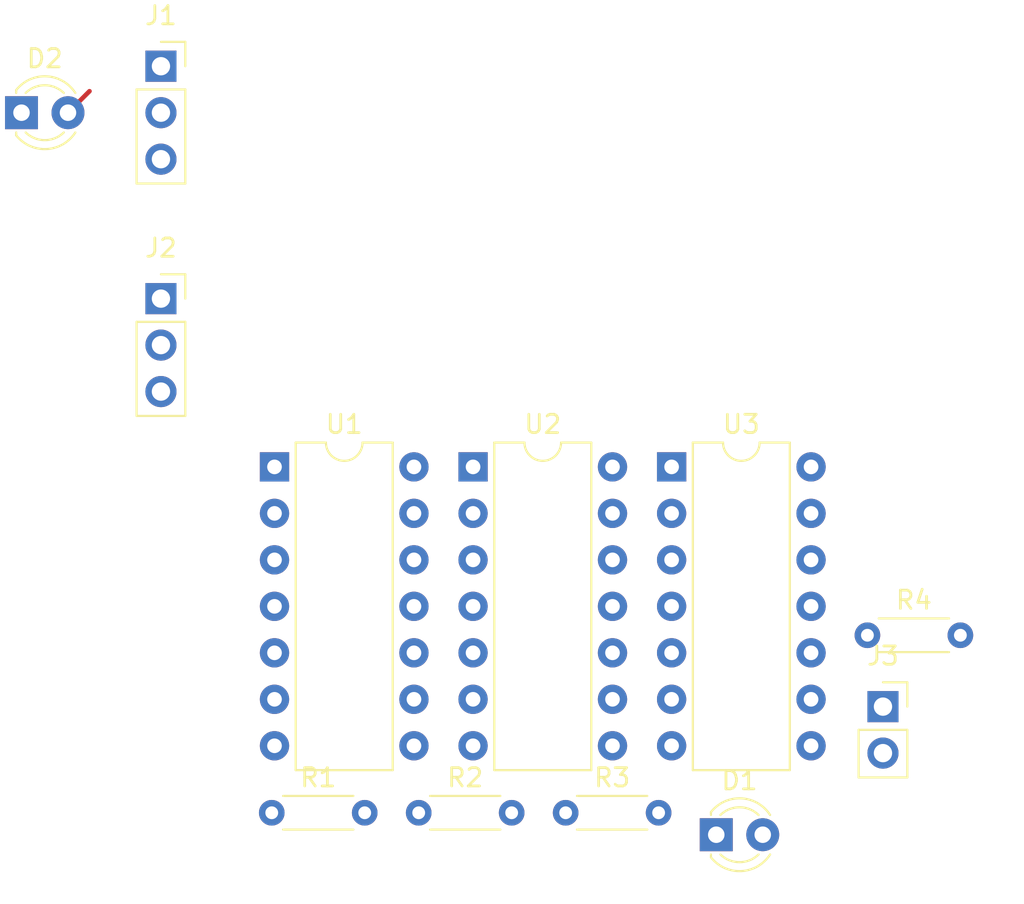
<source format=kicad_pcb>
(kicad_pcb (version 20171130) (host pcbnew 5.1.9+dfsg1-1+deb11u1)

  (general
    (thickness 1.6)
    (drawings 0)
    (tracks 1)
    (zones 0)
    (modules 12)
    (nets 16)
  )

  (page A4)
  (layers
    (0 F.Cu signal)
    (31 B.Cu signal)
    (32 B.Adhes user)
    (33 F.Adhes user)
    (34 B.Paste user)
    (35 F.Paste user)
    (36 B.SilkS user)
    (37 F.SilkS user)
    (38 B.Mask user)
    (39 F.Mask user)
    (40 Dwgs.User user)
    (41 Cmts.User user)
    (42 Eco1.User user)
    (43 Eco2.User user)
    (44 Edge.Cuts user)
    (45 Margin user)
    (46 B.CrtYd user)
    (47 F.CrtYd user)
    (48 B.Fab user)
    (49 F.Fab user)
  )

  (setup
    (last_trace_width 0.25)
    (trace_clearance 0.2)
    (zone_clearance 0.508)
    (zone_45_only no)
    (trace_min 0.2)
    (via_size 0.8)
    (via_drill 0.4)
    (via_min_size 0.4)
    (via_min_drill 0.3)
    (uvia_size 0.3)
    (uvia_drill 0.1)
    (uvias_allowed no)
    (uvia_min_size 0.2)
    (uvia_min_drill 0.1)
    (edge_width 0.05)
    (segment_width 0.2)
    (pcb_text_width 0.3)
    (pcb_text_size 1.5 1.5)
    (mod_edge_width 0.12)
    (mod_text_size 1 1)
    (mod_text_width 0.15)
    (pad_size 1.524 1.524)
    (pad_drill 0.762)
    (pad_to_mask_clearance 0)
    (aux_axis_origin 0 0)
    (visible_elements FFFFFF7F)
    (pcbplotparams
      (layerselection 0x010fc_ffffffff)
      (usegerberextensions false)
      (usegerberattributes true)
      (usegerberadvancedattributes true)
      (creategerberjobfile true)
      (excludeedgelayer true)
      (linewidth 0.100000)
      (plotframeref false)
      (viasonmask false)
      (mode 1)
      (useauxorigin false)
      (hpglpennumber 1)
      (hpglpenspeed 20)
      (hpglpendiameter 15.000000)
      (psnegative false)
      (psa4output false)
      (plotreference true)
      (plotvalue true)
      (plotinvisibletext false)
      (padsonsilk false)
      (subtractmaskfromsilk false)
      (outputformat 1)
      (mirror false)
      (drillshape 1)
      (scaleselection 1)
      (outputdirectory ""))
  )

  (net 0 "")
  (net 1 "Net-(D1-Pad1)")
  (net 2 "Net-(D1-Pad2)")
  (net 3 "Net-(D2-Pad2)")
  (net 4 "Net-(D2-Pad1)")
  (net 5 "Net-(J1-PadNC)")
  (net 6 "Net-(J1-PadNO)")
  (net 7 "Net-(R1-Pad1)")
  (net 8 "Net-(J1-PadN)")
  (net 9 "Net-(J2-PadN)")
  (net 10 "Net-(R2-Pad1)")
  (net 11 "Net-(U1-Pad2)")
  (net 12 VCC)
  (net 13 "Net-(U2-Pad3)")
  (net 14 GND)
  (net 15 "Net-(U2-Pad7)")

  (net_class Default "This is the default net class."
    (clearance 0.2)
    (trace_width 0.25)
    (via_dia 0.8)
    (via_drill 0.4)
    (uvia_dia 0.3)
    (uvia_drill 0.1)
    (add_net GND)
    (add_net "Net-(D1-Pad1)")
    (add_net "Net-(D1-Pad2)")
    (add_net "Net-(D2-Pad1)")
    (add_net "Net-(D2-Pad2)")
    (add_net "Net-(J1-PadN)")
    (add_net "Net-(J1-PadNC)")
    (add_net "Net-(J1-PadNO)")
    (add_net "Net-(J2-PadN)")
    (add_net "Net-(R1-Pad1)")
    (add_net "Net-(R2-Pad1)")
    (add_net "Net-(U1-Pad2)")
    (add_net "Net-(U2-Pad3)")
    (add_net "Net-(U2-Pad7)")
    (add_net VCC)
  )

  (module LED_THT:LED_D3.0mm (layer F.Cu) (tedit 587A3A7B) (tstamp 655815DD)
    (at 90.035001 64.855001)
    (descr "LED, diameter 3.0mm, 2 pins")
    (tags "LED diameter 3.0mm 2 pins")
    (path /65566956)
    (fp_text reference D1 (at 1.27 -2.96) (layer F.SilkS)
      (effects (font (size 1 1) (thickness 0.15)))
    )
    (fp_text value LED (at 1.27 2.96) (layer F.Fab)
      (effects (font (size 1 1) (thickness 0.15)))
    )
    (fp_line (start 3.7 -2.25) (end -1.15 -2.25) (layer F.CrtYd) (width 0.05))
    (fp_line (start 3.7 2.25) (end 3.7 -2.25) (layer F.CrtYd) (width 0.05))
    (fp_line (start -1.15 2.25) (end 3.7 2.25) (layer F.CrtYd) (width 0.05))
    (fp_line (start -1.15 -2.25) (end -1.15 2.25) (layer F.CrtYd) (width 0.05))
    (fp_line (start -0.29 1.08) (end -0.29 1.236) (layer F.SilkS) (width 0.12))
    (fp_line (start -0.29 -1.236) (end -0.29 -1.08) (layer F.SilkS) (width 0.12))
    (fp_line (start -0.23 -1.16619) (end -0.23 1.16619) (layer F.Fab) (width 0.1))
    (fp_circle (center 1.27 0) (end 2.77 0) (layer F.Fab) (width 0.1))
    (fp_arc (start 1.27 0) (end -0.23 -1.16619) (angle 284.3) (layer F.Fab) (width 0.1))
    (fp_arc (start 1.27 0) (end -0.29 -1.235516) (angle 108.8) (layer F.SilkS) (width 0.12))
    (fp_arc (start 1.27 0) (end -0.29 1.235516) (angle -108.8) (layer F.SilkS) (width 0.12))
    (fp_arc (start 1.27 0) (end 0.229039 -1.08) (angle 87.9) (layer F.SilkS) (width 0.12))
    (fp_arc (start 1.27 0) (end 0.229039 1.08) (angle -87.9) (layer F.SilkS) (width 0.12))
    (pad 1 thru_hole rect (at 0 0) (size 1.8 1.8) (drill 0.9) (layers *.Cu *.Mask)
      (net 1 "Net-(D1-Pad1)"))
    (pad 2 thru_hole circle (at 2.54 0) (size 1.8 1.8) (drill 0.9) (layers *.Cu *.Mask)
      (net 2 "Net-(D1-Pad2)"))
    (model ${KISYS3DMOD}/LED_THT.3dshapes/LED_D3.0mm.wrl
      (at (xyz 0 0 0))
      (scale (xyz 1 1 1))
      (rotate (xyz 0 0 0))
    )
  )

  (module LED_THT:LED_D3.0mm (layer F.Cu) (tedit 587A3A7B) (tstamp 655815F0)
    (at 52.07 25.4)
    (descr "LED, diameter 3.0mm, 2 pins")
    (tags "LED diameter 3.0mm 2 pins")
    (path /65567B8A)
    (fp_text reference D2 (at 1.27 -2.96) (layer F.SilkS)
      (effects (font (size 1 1) (thickness 0.15)))
    )
    (fp_text value LED (at 1.27 2.96) (layer F.Fab)
      (effects (font (size 1 1) (thickness 0.15)))
    )
    (fp_arc (start 1.27 0) (end 0.229039 1.08) (angle -87.9) (layer F.SilkS) (width 0.12))
    (fp_arc (start 1.27 0) (end 0.229039 -1.08) (angle 87.9) (layer F.SilkS) (width 0.12))
    (fp_arc (start 1.27 0) (end -0.29 1.235516) (angle -108.8) (layer F.SilkS) (width 0.12))
    (fp_arc (start 1.27 0) (end -0.29 -1.235516) (angle 108.8) (layer F.SilkS) (width 0.12))
    (fp_arc (start 1.27 0) (end -0.23 -1.16619) (angle 284.3) (layer F.Fab) (width 0.1))
    (fp_circle (center 1.27 0) (end 2.77 0) (layer F.Fab) (width 0.1))
    (fp_line (start -0.23 -1.16619) (end -0.23 1.16619) (layer F.Fab) (width 0.1))
    (fp_line (start -0.29 -1.236) (end -0.29 -1.08) (layer F.SilkS) (width 0.12))
    (fp_line (start -0.29 1.08) (end -0.29 1.236) (layer F.SilkS) (width 0.12))
    (fp_line (start -1.15 -2.25) (end -1.15 2.25) (layer F.CrtYd) (width 0.05))
    (fp_line (start -1.15 2.25) (end 3.7 2.25) (layer F.CrtYd) (width 0.05))
    (fp_line (start 3.7 2.25) (end 3.7 -2.25) (layer F.CrtYd) (width 0.05))
    (fp_line (start 3.7 -2.25) (end -1.15 -2.25) (layer F.CrtYd) (width 0.05))
    (pad 2 thru_hole circle (at 2.54 0) (size 1.8 1.8) (drill 0.9) (layers *.Cu *.Mask)
      (net 3 "Net-(D2-Pad2)"))
    (pad 1 thru_hole rect (at 0 0) (size 1.8 1.8) (drill 0.9) (layers *.Cu *.Mask)
      (net 4 "Net-(D2-Pad1)"))
    (model ${KISYS3DMOD}/LED_THT.3dshapes/LED_D3.0mm.wrl
      (at (xyz 0 0 0))
      (scale (xyz 1 1 1))
      (rotate (xyz 0 0 0))
    )
  )

  (module Connector_PinSocket_2.54mm:PinSocket_1x03_P2.54mm_Vertical (layer F.Cu) (tedit 5A19A429) (tstamp 65581607)
    (at 59.69 22.86)
    (descr "Through hole straight socket strip, 1x03, 2.54mm pitch, single row (from Kicad 4.0.7), script generated")
    (tags "Through hole socket strip THT 1x03 2.54mm single row")
    (path /6557293B)
    (fp_text reference J1 (at 0 -2.77) (layer F.SilkS)
      (effects (font (size 1 1) (thickness 0.15)))
    )
    (fp_text value XLR3_Switched (at 0 7.85) (layer F.Fab)
      (effects (font (size 1 1) (thickness 0.15)))
    )
    (fp_line (start -1.8 6.85) (end -1.8 -1.8) (layer F.CrtYd) (width 0.05))
    (fp_line (start 1.75 6.85) (end -1.8 6.85) (layer F.CrtYd) (width 0.05))
    (fp_line (start 1.75 -1.8) (end 1.75 6.85) (layer F.CrtYd) (width 0.05))
    (fp_line (start -1.8 -1.8) (end 1.75 -1.8) (layer F.CrtYd) (width 0.05))
    (fp_line (start 0 -1.33) (end 1.33 -1.33) (layer F.SilkS) (width 0.12))
    (fp_line (start 1.33 -1.33) (end 1.33 0) (layer F.SilkS) (width 0.12))
    (fp_line (start 1.33 1.27) (end 1.33 6.41) (layer F.SilkS) (width 0.12))
    (fp_line (start -1.33 6.41) (end 1.33 6.41) (layer F.SilkS) (width 0.12))
    (fp_line (start -1.33 1.27) (end -1.33 6.41) (layer F.SilkS) (width 0.12))
    (fp_line (start -1.33 1.27) (end 1.33 1.27) (layer F.SilkS) (width 0.12))
    (fp_line (start -1.27 6.35) (end -1.27 -1.27) (layer F.Fab) (width 0.1))
    (fp_line (start 1.27 6.35) (end -1.27 6.35) (layer F.Fab) (width 0.1))
    (fp_line (start 1.27 -0.635) (end 1.27 6.35) (layer F.Fab) (width 0.1))
    (fp_line (start 0.635 -1.27) (end 1.27 -0.635) (layer F.Fab) (width 0.1))
    (fp_line (start -1.27 -1.27) (end 0.635 -1.27) (layer F.Fab) (width 0.1))
    (fp_text user %R (at 0 2.54 90) (layer F.Fab)
      (effects (font (size 1 1) (thickness 0.15)))
    )
    (pad 1 thru_hole rect (at 0 0) (size 1.7 1.7) (drill 1) (layers *.Cu *.Mask))
    (pad 2 thru_hole oval (at 0 2.54) (size 1.7 1.7) (drill 1) (layers *.Cu *.Mask))
    (pad 3 thru_hole oval (at 0 5.08) (size 1.7 1.7) (drill 1) (layers *.Cu *.Mask))
    (model ${KISYS3DMOD}/Connector_PinSocket_2.54mm.3dshapes/PinSocket_1x03_P2.54mm_Vertical.wrl
      (at (xyz 0 0 0))
      (scale (xyz 1 1 1))
      (rotate (xyz 0 0 0))
    )
  )

  (module Connector_PinSocket_2.54mm:PinSocket_1x03_P2.54mm_Vertical (layer F.Cu) (tedit 5A19A429) (tstamp 6558161E)
    (at 59.69 35.56)
    (descr "Through hole straight socket strip, 1x03, 2.54mm pitch, single row (from Kicad 4.0.7), script generated")
    (tags "Through hole socket strip THT 1x03 2.54mm single row")
    (path /6557ADE7)
    (fp_text reference J2 (at 0 -2.77) (layer F.SilkS)
      (effects (font (size 1 1) (thickness 0.15)))
    )
    (fp_text value XLR3_Switched (at 0 7.85) (layer F.Fab)
      (effects (font (size 1 1) (thickness 0.15)))
    )
    (fp_text user %R (at 0 2.54 90) (layer F.Fab)
      (effects (font (size 1 1) (thickness 0.15)))
    )
    (fp_line (start -1.27 -1.27) (end 0.635 -1.27) (layer F.Fab) (width 0.1))
    (fp_line (start 0.635 -1.27) (end 1.27 -0.635) (layer F.Fab) (width 0.1))
    (fp_line (start 1.27 -0.635) (end 1.27 6.35) (layer F.Fab) (width 0.1))
    (fp_line (start 1.27 6.35) (end -1.27 6.35) (layer F.Fab) (width 0.1))
    (fp_line (start -1.27 6.35) (end -1.27 -1.27) (layer F.Fab) (width 0.1))
    (fp_line (start -1.33 1.27) (end 1.33 1.27) (layer F.SilkS) (width 0.12))
    (fp_line (start -1.33 1.27) (end -1.33 6.41) (layer F.SilkS) (width 0.12))
    (fp_line (start -1.33 6.41) (end 1.33 6.41) (layer F.SilkS) (width 0.12))
    (fp_line (start 1.33 1.27) (end 1.33 6.41) (layer F.SilkS) (width 0.12))
    (fp_line (start 1.33 -1.33) (end 1.33 0) (layer F.SilkS) (width 0.12))
    (fp_line (start 0 -1.33) (end 1.33 -1.33) (layer F.SilkS) (width 0.12))
    (fp_line (start -1.8 -1.8) (end 1.75 -1.8) (layer F.CrtYd) (width 0.05))
    (fp_line (start 1.75 -1.8) (end 1.75 6.85) (layer F.CrtYd) (width 0.05))
    (fp_line (start 1.75 6.85) (end -1.8 6.85) (layer F.CrtYd) (width 0.05))
    (fp_line (start -1.8 6.85) (end -1.8 -1.8) (layer F.CrtYd) (width 0.05))
    (pad 3 thru_hole oval (at 0 5.08) (size 1.7 1.7) (drill 1) (layers *.Cu *.Mask))
    (pad 2 thru_hole oval (at 0 2.54) (size 1.7 1.7) (drill 1) (layers *.Cu *.Mask))
    (pad 1 thru_hole rect (at 0 0) (size 1.7 1.7) (drill 1) (layers *.Cu *.Mask))
    (model ${KISYS3DMOD}/Connector_PinSocket_2.54mm.3dshapes/PinSocket_1x03_P2.54mm_Vertical.wrl
      (at (xyz 0 0 0))
      (scale (xyz 1 1 1))
      (rotate (xyz 0 0 0))
    )
  )

  (module Connector_PinSocket_2.54mm:PinSocket_1x02_P2.54mm_Vertical (layer F.Cu) (tedit 5A19A420) (tstamp 65581634)
    (at 99.145001 57.855001)
    (descr "Through hole straight socket strip, 1x02, 2.54mm pitch, single row (from Kicad 4.0.7), script generated")
    (tags "Through hole socket strip THT 1x02 2.54mm single row")
    (path /65587301)
    (fp_text reference J3 (at 0 -2.77) (layer F.SilkS)
      (effects (font (size 1 1) (thickness 0.15)))
    )
    (fp_text value Conn_01x02_Female (at 0 5.31) (layer F.Fab)
      (effects (font (size 1 1) (thickness 0.15)))
    )
    (fp_line (start -1.8 4.3) (end -1.8 -1.8) (layer F.CrtYd) (width 0.05))
    (fp_line (start 1.75 4.3) (end -1.8 4.3) (layer F.CrtYd) (width 0.05))
    (fp_line (start 1.75 -1.8) (end 1.75 4.3) (layer F.CrtYd) (width 0.05))
    (fp_line (start -1.8 -1.8) (end 1.75 -1.8) (layer F.CrtYd) (width 0.05))
    (fp_line (start 0 -1.33) (end 1.33 -1.33) (layer F.SilkS) (width 0.12))
    (fp_line (start 1.33 -1.33) (end 1.33 0) (layer F.SilkS) (width 0.12))
    (fp_line (start 1.33 1.27) (end 1.33 3.87) (layer F.SilkS) (width 0.12))
    (fp_line (start -1.33 3.87) (end 1.33 3.87) (layer F.SilkS) (width 0.12))
    (fp_line (start -1.33 1.27) (end -1.33 3.87) (layer F.SilkS) (width 0.12))
    (fp_line (start -1.33 1.27) (end 1.33 1.27) (layer F.SilkS) (width 0.12))
    (fp_line (start -1.27 3.81) (end -1.27 -1.27) (layer F.Fab) (width 0.1))
    (fp_line (start 1.27 3.81) (end -1.27 3.81) (layer F.Fab) (width 0.1))
    (fp_line (start 1.27 -0.635) (end 1.27 3.81) (layer F.Fab) (width 0.1))
    (fp_line (start 0.635 -1.27) (end 1.27 -0.635) (layer F.Fab) (width 0.1))
    (fp_line (start -1.27 -1.27) (end 0.635 -1.27) (layer F.Fab) (width 0.1))
    (fp_text user %R (at 0 1.27 90) (layer F.Fab)
      (effects (font (size 1 1) (thickness 0.15)))
    )
    (pad 1 thru_hole rect (at 0 0) (size 1.7 1.7) (drill 1) (layers *.Cu *.Mask)
      (net 5 "Net-(J1-PadNC)"))
    (pad 2 thru_hole oval (at 0 2.54) (size 1.7 1.7) (drill 1) (layers *.Cu *.Mask)
      (net 6 "Net-(J1-PadNO)"))
    (model ${KISYS3DMOD}/Connector_PinSocket_2.54mm.3dshapes/PinSocket_1x02_P2.54mm_Vertical.wrl
      (at (xyz 0 0 0))
      (scale (xyz 1 1 1))
      (rotate (xyz 0 0 0))
    )
  )

  (module Resistor_THT:R_Axial_DIN0204_L3.6mm_D1.6mm_P5.08mm_Horizontal (layer F.Cu) (tedit 5AE5139B) (tstamp 65581647)
    (at 65.745001 63.655001)
    (descr "Resistor, Axial_DIN0204 series, Axial, Horizontal, pin pitch=5.08mm, 0.167W, length*diameter=3.6*1.6mm^2, http://cdn-reichelt.de/documents/datenblatt/B400/1_4W%23YAG.pdf")
    (tags "Resistor Axial_DIN0204 series Axial Horizontal pin pitch 5.08mm 0.167W length 3.6mm diameter 1.6mm")
    (path /655AF919)
    (fp_text reference R1 (at 2.54 -1.92) (layer F.SilkS)
      (effects (font (size 1 1) (thickness 0.15)))
    )
    (fp_text value R_US (at 2.54 1.92) (layer F.Fab)
      (effects (font (size 1 1) (thickness 0.15)))
    )
    (fp_line (start 6.03 -1.05) (end -0.95 -1.05) (layer F.CrtYd) (width 0.05))
    (fp_line (start 6.03 1.05) (end 6.03 -1.05) (layer F.CrtYd) (width 0.05))
    (fp_line (start -0.95 1.05) (end 6.03 1.05) (layer F.CrtYd) (width 0.05))
    (fp_line (start -0.95 -1.05) (end -0.95 1.05) (layer F.CrtYd) (width 0.05))
    (fp_line (start 0.62 0.92) (end 4.46 0.92) (layer F.SilkS) (width 0.12))
    (fp_line (start 0.62 -0.92) (end 4.46 -0.92) (layer F.SilkS) (width 0.12))
    (fp_line (start 5.08 0) (end 4.34 0) (layer F.Fab) (width 0.1))
    (fp_line (start 0 0) (end 0.74 0) (layer F.Fab) (width 0.1))
    (fp_line (start 4.34 -0.8) (end 0.74 -0.8) (layer F.Fab) (width 0.1))
    (fp_line (start 4.34 0.8) (end 4.34 -0.8) (layer F.Fab) (width 0.1))
    (fp_line (start 0.74 0.8) (end 4.34 0.8) (layer F.Fab) (width 0.1))
    (fp_line (start 0.74 -0.8) (end 0.74 0.8) (layer F.Fab) (width 0.1))
    (fp_text user %R (at 2.54 0) (layer F.Fab)
      (effects (font (size 0.72 0.72) (thickness 0.108)))
    )
    (pad 1 thru_hole circle (at 0 0) (size 1.4 1.4) (drill 0.7) (layers *.Cu *.Mask)
      (net 7 "Net-(R1-Pad1)"))
    (pad 2 thru_hole oval (at 5.08 0) (size 1.4 1.4) (drill 0.7) (layers *.Cu *.Mask)
      (net 8 "Net-(J1-PadN)"))
    (model ${KISYS3DMOD}/Resistor_THT.3dshapes/R_Axial_DIN0204_L3.6mm_D1.6mm_P5.08mm_Horizontal.wrl
      (at (xyz 0 0 0))
      (scale (xyz 1 1 1))
      (rotate (xyz 0 0 0))
    )
  )

  (module Resistor_THT:R_Axial_DIN0204_L3.6mm_D1.6mm_P5.08mm_Horizontal (layer F.Cu) (tedit 5AE5139B) (tstamp 6558165A)
    (at 73.775001 63.655001)
    (descr "Resistor, Axial_DIN0204 series, Axial, Horizontal, pin pitch=5.08mm, 0.167W, length*diameter=3.6*1.6mm^2, http://cdn-reichelt.de/documents/datenblatt/B400/1_4W%23YAG.pdf")
    (tags "Resistor Axial_DIN0204 series Axial Horizontal pin pitch 5.08mm 0.167W length 3.6mm diameter 1.6mm")
    (path /655D93BB)
    (fp_text reference R2 (at 2.54 -1.92) (layer F.SilkS)
      (effects (font (size 1 1) (thickness 0.15)))
    )
    (fp_text value R_US (at 2.54 1.92) (layer F.Fab)
      (effects (font (size 1 1) (thickness 0.15)))
    )
    (fp_text user %R (at 2.54 0) (layer F.Fab)
      (effects (font (size 0.72 0.72) (thickness 0.108)))
    )
    (fp_line (start 0.74 -0.8) (end 0.74 0.8) (layer F.Fab) (width 0.1))
    (fp_line (start 0.74 0.8) (end 4.34 0.8) (layer F.Fab) (width 0.1))
    (fp_line (start 4.34 0.8) (end 4.34 -0.8) (layer F.Fab) (width 0.1))
    (fp_line (start 4.34 -0.8) (end 0.74 -0.8) (layer F.Fab) (width 0.1))
    (fp_line (start 0 0) (end 0.74 0) (layer F.Fab) (width 0.1))
    (fp_line (start 5.08 0) (end 4.34 0) (layer F.Fab) (width 0.1))
    (fp_line (start 0.62 -0.92) (end 4.46 -0.92) (layer F.SilkS) (width 0.12))
    (fp_line (start 0.62 0.92) (end 4.46 0.92) (layer F.SilkS) (width 0.12))
    (fp_line (start -0.95 -1.05) (end -0.95 1.05) (layer F.CrtYd) (width 0.05))
    (fp_line (start -0.95 1.05) (end 6.03 1.05) (layer F.CrtYd) (width 0.05))
    (fp_line (start 6.03 1.05) (end 6.03 -1.05) (layer F.CrtYd) (width 0.05))
    (fp_line (start 6.03 -1.05) (end -0.95 -1.05) (layer F.CrtYd) (width 0.05))
    (pad 2 thru_hole oval (at 5.08 0) (size 1.4 1.4) (drill 0.7) (layers *.Cu *.Mask)
      (net 9 "Net-(J2-PadN)"))
    (pad 1 thru_hole circle (at 0 0) (size 1.4 1.4) (drill 0.7) (layers *.Cu *.Mask)
      (net 10 "Net-(R2-Pad1)"))
    (model ${KISYS3DMOD}/Resistor_THT.3dshapes/R_Axial_DIN0204_L3.6mm_D1.6mm_P5.08mm_Horizontal.wrl
      (at (xyz 0 0 0))
      (scale (xyz 1 1 1))
      (rotate (xyz 0 0 0))
    )
  )

  (module Resistor_THT:R_Axial_DIN0204_L3.6mm_D1.6mm_P5.08mm_Horizontal (layer F.Cu) (tedit 5AE5139B) (tstamp 6558166D)
    (at 81.805001 63.655001)
    (descr "Resistor, Axial_DIN0204 series, Axial, Horizontal, pin pitch=5.08mm, 0.167W, length*diameter=3.6*1.6mm^2, http://cdn-reichelt.de/documents/datenblatt/B400/1_4W%23YAG.pdf")
    (tags "Resistor Axial_DIN0204 series Axial Horizontal pin pitch 5.08mm 0.167W length 3.6mm diameter 1.6mm")
    (path /6556EDC9)
    (fp_text reference R3 (at 2.54 -1.92) (layer F.SilkS)
      (effects (font (size 1 1) (thickness 0.15)))
    )
    (fp_text value R_US (at 2.54 1.92) (layer F.Fab)
      (effects (font (size 1 1) (thickness 0.15)))
    )
    (fp_line (start 6.03 -1.05) (end -0.95 -1.05) (layer F.CrtYd) (width 0.05))
    (fp_line (start 6.03 1.05) (end 6.03 -1.05) (layer F.CrtYd) (width 0.05))
    (fp_line (start -0.95 1.05) (end 6.03 1.05) (layer F.CrtYd) (width 0.05))
    (fp_line (start -0.95 -1.05) (end -0.95 1.05) (layer F.CrtYd) (width 0.05))
    (fp_line (start 0.62 0.92) (end 4.46 0.92) (layer F.SilkS) (width 0.12))
    (fp_line (start 0.62 -0.92) (end 4.46 -0.92) (layer F.SilkS) (width 0.12))
    (fp_line (start 5.08 0) (end 4.34 0) (layer F.Fab) (width 0.1))
    (fp_line (start 0 0) (end 0.74 0) (layer F.Fab) (width 0.1))
    (fp_line (start 4.34 -0.8) (end 0.74 -0.8) (layer F.Fab) (width 0.1))
    (fp_line (start 4.34 0.8) (end 4.34 -0.8) (layer F.Fab) (width 0.1))
    (fp_line (start 0.74 0.8) (end 4.34 0.8) (layer F.Fab) (width 0.1))
    (fp_line (start 0.74 -0.8) (end 0.74 0.8) (layer F.Fab) (width 0.1))
    (fp_text user %R (at 2.54 0) (layer F.Fab)
      (effects (font (size 0.72 0.72) (thickness 0.108)))
    )
    (pad 1 thru_hole circle (at 0 0) (size 1.4 1.4) (drill 0.7) (layers *.Cu *.Mask)
      (net 6 "Net-(J1-PadNO)"))
    (pad 2 thru_hole oval (at 5.08 0) (size 1.4 1.4) (drill 0.7) (layers *.Cu *.Mask)
      (net 1 "Net-(D1-Pad1)"))
    (model ${KISYS3DMOD}/Resistor_THT.3dshapes/R_Axial_DIN0204_L3.6mm_D1.6mm_P5.08mm_Horizontal.wrl
      (at (xyz 0 0 0))
      (scale (xyz 1 1 1))
      (rotate (xyz 0 0 0))
    )
  )

  (module Resistor_THT:R_Axial_DIN0204_L3.6mm_D1.6mm_P5.08mm_Horizontal (layer F.Cu) (tedit 5AE5139B) (tstamp 65581680)
    (at 98.295001 53.955001)
    (descr "Resistor, Axial_DIN0204 series, Axial, Horizontal, pin pitch=5.08mm, 0.167W, length*diameter=3.6*1.6mm^2, http://cdn-reichelt.de/documents/datenblatt/B400/1_4W%23YAG.pdf")
    (tags "Resistor Axial_DIN0204 series Axial Horizontal pin pitch 5.08mm 0.167W length 3.6mm diameter 1.6mm")
    (path /65570F10)
    (fp_text reference R4 (at 2.54 -1.92) (layer F.SilkS)
      (effects (font (size 1 1) (thickness 0.15)))
    )
    (fp_text value R_US (at 2.54 1.92) (layer F.Fab)
      (effects (font (size 1 1) (thickness 0.15)))
    )
    (fp_text user %R (at 2.54 0) (layer F.Fab)
      (effects (font (size 0.72 0.72) (thickness 0.108)))
    )
    (fp_line (start 0.74 -0.8) (end 0.74 0.8) (layer F.Fab) (width 0.1))
    (fp_line (start 0.74 0.8) (end 4.34 0.8) (layer F.Fab) (width 0.1))
    (fp_line (start 4.34 0.8) (end 4.34 -0.8) (layer F.Fab) (width 0.1))
    (fp_line (start 4.34 -0.8) (end 0.74 -0.8) (layer F.Fab) (width 0.1))
    (fp_line (start 0 0) (end 0.74 0) (layer F.Fab) (width 0.1))
    (fp_line (start 5.08 0) (end 4.34 0) (layer F.Fab) (width 0.1))
    (fp_line (start 0.62 -0.92) (end 4.46 -0.92) (layer F.SilkS) (width 0.12))
    (fp_line (start 0.62 0.92) (end 4.46 0.92) (layer F.SilkS) (width 0.12))
    (fp_line (start -0.95 -1.05) (end -0.95 1.05) (layer F.CrtYd) (width 0.05))
    (fp_line (start -0.95 1.05) (end 6.03 1.05) (layer F.CrtYd) (width 0.05))
    (fp_line (start 6.03 1.05) (end 6.03 -1.05) (layer F.CrtYd) (width 0.05))
    (fp_line (start 6.03 -1.05) (end -0.95 -1.05) (layer F.CrtYd) (width 0.05))
    (pad 2 thru_hole oval (at 5.08 0) (size 1.4 1.4) (drill 0.7) (layers *.Cu *.Mask)
      (net 4 "Net-(D2-Pad1)"))
    (pad 1 thru_hole circle (at 0 0) (size 1.4 1.4) (drill 0.7) (layers *.Cu *.Mask)
      (net 6 "Net-(J1-PadNO)"))
    (model ${KISYS3DMOD}/Resistor_THT.3dshapes/R_Axial_DIN0204_L3.6mm_D1.6mm_P5.08mm_Horizontal.wrl
      (at (xyz 0 0 0))
      (scale (xyz 1 1 1))
      (rotate (xyz 0 0 0))
    )
  )

  (module Package_DIP:DIP-14_W7.62mm (layer F.Cu) (tedit 5A02E8C5) (tstamp 655816A2)
    (at 65.895001 44.755001)
    (descr "14-lead though-hole mounted DIP package, row spacing 7.62 mm (300 mils)")
    (tags "THT DIP DIL PDIP 2.54mm 7.62mm 300mil")
    (path /654F32A5)
    (fp_text reference U1 (at 3.81 -2.33) (layer F.SilkS)
      (effects (font (size 1 1) (thickness 0.15)))
    )
    (fp_text value 74LS04 (at 3.81 17.57) (layer F.Fab)
      (effects (font (size 1 1) (thickness 0.15)))
    )
    (fp_text user %R (at 3.81 7.62) (layer F.Fab)
      (effects (font (size 1 1) (thickness 0.15)))
    )
    (fp_arc (start 3.81 -1.33) (end 2.81 -1.33) (angle -180) (layer F.SilkS) (width 0.12))
    (fp_line (start 1.635 -1.27) (end 6.985 -1.27) (layer F.Fab) (width 0.1))
    (fp_line (start 6.985 -1.27) (end 6.985 16.51) (layer F.Fab) (width 0.1))
    (fp_line (start 6.985 16.51) (end 0.635 16.51) (layer F.Fab) (width 0.1))
    (fp_line (start 0.635 16.51) (end 0.635 -0.27) (layer F.Fab) (width 0.1))
    (fp_line (start 0.635 -0.27) (end 1.635 -1.27) (layer F.Fab) (width 0.1))
    (fp_line (start 2.81 -1.33) (end 1.16 -1.33) (layer F.SilkS) (width 0.12))
    (fp_line (start 1.16 -1.33) (end 1.16 16.57) (layer F.SilkS) (width 0.12))
    (fp_line (start 1.16 16.57) (end 6.46 16.57) (layer F.SilkS) (width 0.12))
    (fp_line (start 6.46 16.57) (end 6.46 -1.33) (layer F.SilkS) (width 0.12))
    (fp_line (start 6.46 -1.33) (end 4.81 -1.33) (layer F.SilkS) (width 0.12))
    (fp_line (start -1.1 -1.55) (end -1.1 16.8) (layer F.CrtYd) (width 0.05))
    (fp_line (start -1.1 16.8) (end 8.7 16.8) (layer F.CrtYd) (width 0.05))
    (fp_line (start 8.7 16.8) (end 8.7 -1.55) (layer F.CrtYd) (width 0.05))
    (fp_line (start 8.7 -1.55) (end -1.1 -1.55) (layer F.CrtYd) (width 0.05))
    (pad 14 thru_hole oval (at 7.62 0) (size 1.6 1.6) (drill 0.8) (layers *.Cu *.Mask))
    (pad 7 thru_hole oval (at 0 15.24) (size 1.6 1.6) (drill 0.8) (layers *.Cu *.Mask))
    (pad 13 thru_hole oval (at 7.62 2.54) (size 1.6 1.6) (drill 0.8) (layers *.Cu *.Mask))
    (pad 6 thru_hole oval (at 0 12.7) (size 1.6 1.6) (drill 0.8) (layers *.Cu *.Mask))
    (pad 12 thru_hole oval (at 7.62 5.08) (size 1.6 1.6) (drill 0.8) (layers *.Cu *.Mask))
    (pad 5 thru_hole oval (at 0 10.16) (size 1.6 1.6) (drill 0.8) (layers *.Cu *.Mask))
    (pad 11 thru_hole oval (at 7.62 7.62) (size 1.6 1.6) (drill 0.8) (layers *.Cu *.Mask))
    (pad 4 thru_hole oval (at 0 7.62) (size 1.6 1.6) (drill 0.8) (layers *.Cu *.Mask))
    (pad 10 thru_hole oval (at 7.62 10.16) (size 1.6 1.6) (drill 0.8) (layers *.Cu *.Mask))
    (pad 3 thru_hole oval (at 0 5.08) (size 1.6 1.6) (drill 0.8) (layers *.Cu *.Mask))
    (pad 9 thru_hole oval (at 7.62 12.7) (size 1.6 1.6) (drill 0.8) (layers *.Cu *.Mask))
    (pad 2 thru_hole oval (at 0 2.54) (size 1.6 1.6) (drill 0.8) (layers *.Cu *.Mask)
      (net 11 "Net-(U1-Pad2)"))
    (pad 8 thru_hole oval (at 7.62 15.24) (size 1.6 1.6) (drill 0.8) (layers *.Cu *.Mask))
    (pad 1 thru_hole rect (at 0 0) (size 1.6 1.6) (drill 0.8) (layers *.Cu *.Mask)
      (net 7 "Net-(R1-Pad1)"))
    (model ${KISYS3DMOD}/Package_DIP.3dshapes/DIP-14_W7.62mm.wrl
      (at (xyz 0 0 0))
      (scale (xyz 1 1 1))
      (rotate (xyz 0 0 0))
    )
  )

  (module Package_DIP:DIP-14_W7.62mm (layer F.Cu) (tedit 5A02E8C5) (tstamp 655816C4)
    (at 76.745001 44.755001)
    (descr "14-lead though-hole mounted DIP package, row spacing 7.62 mm (300 mils)")
    (tags "THT DIP DIL PDIP 2.54mm 7.62mm 300mil")
    (path /654F6512)
    (fp_text reference U2 (at 3.81 -2.33) (layer F.SilkS)
      (effects (font (size 1 1) (thickness 0.15)))
    )
    (fp_text value 74AUC2G08 (at 3.81 17.57) (layer F.Fab)
      (effects (font (size 1 1) (thickness 0.15)))
    )
    (fp_line (start 8.7 -1.55) (end -1.1 -1.55) (layer F.CrtYd) (width 0.05))
    (fp_line (start 8.7 16.8) (end 8.7 -1.55) (layer F.CrtYd) (width 0.05))
    (fp_line (start -1.1 16.8) (end 8.7 16.8) (layer F.CrtYd) (width 0.05))
    (fp_line (start -1.1 -1.55) (end -1.1 16.8) (layer F.CrtYd) (width 0.05))
    (fp_line (start 6.46 -1.33) (end 4.81 -1.33) (layer F.SilkS) (width 0.12))
    (fp_line (start 6.46 16.57) (end 6.46 -1.33) (layer F.SilkS) (width 0.12))
    (fp_line (start 1.16 16.57) (end 6.46 16.57) (layer F.SilkS) (width 0.12))
    (fp_line (start 1.16 -1.33) (end 1.16 16.57) (layer F.SilkS) (width 0.12))
    (fp_line (start 2.81 -1.33) (end 1.16 -1.33) (layer F.SilkS) (width 0.12))
    (fp_line (start 0.635 -0.27) (end 1.635 -1.27) (layer F.Fab) (width 0.1))
    (fp_line (start 0.635 16.51) (end 0.635 -0.27) (layer F.Fab) (width 0.1))
    (fp_line (start 6.985 16.51) (end 0.635 16.51) (layer F.Fab) (width 0.1))
    (fp_line (start 6.985 -1.27) (end 6.985 16.51) (layer F.Fab) (width 0.1))
    (fp_line (start 1.635 -1.27) (end 6.985 -1.27) (layer F.Fab) (width 0.1))
    (fp_arc (start 3.81 -1.33) (end 2.81 -1.33) (angle -180) (layer F.SilkS) (width 0.12))
    (fp_text user %R (at 3.81 7.62) (layer F.Fab)
      (effects (font (size 1 1) (thickness 0.15)))
    )
    (pad 1 thru_hole rect (at 0 0) (size 1.6 1.6) (drill 0.8) (layers *.Cu *.Mask)
      (net 10 "Net-(R2-Pad1)"))
    (pad 8 thru_hole oval (at 7.62 15.24) (size 1.6 1.6) (drill 0.8) (layers *.Cu *.Mask)
      (net 12 VCC))
    (pad 2 thru_hole oval (at 0 2.54) (size 1.6 1.6) (drill 0.8) (layers *.Cu *.Mask)
      (net 7 "Net-(R1-Pad1)"))
    (pad 9 thru_hole oval (at 7.62 12.7) (size 1.6 1.6) (drill 0.8) (layers *.Cu *.Mask))
    (pad 3 thru_hole oval (at 0 5.08) (size 1.6 1.6) (drill 0.8) (layers *.Cu *.Mask)
      (net 13 "Net-(U2-Pad3)"))
    (pad 10 thru_hole oval (at 7.62 10.16) (size 1.6 1.6) (drill 0.8) (layers *.Cu *.Mask))
    (pad 4 thru_hole oval (at 0 7.62) (size 1.6 1.6) (drill 0.8) (layers *.Cu *.Mask)
      (net 14 GND))
    (pad 11 thru_hole oval (at 7.62 7.62) (size 1.6 1.6) (drill 0.8) (layers *.Cu *.Mask))
    (pad 5 thru_hole oval (at 0 10.16) (size 1.6 1.6) (drill 0.8) (layers *.Cu *.Mask)
      (net 11 "Net-(U1-Pad2)"))
    (pad 12 thru_hole oval (at 7.62 5.08) (size 1.6 1.6) (drill 0.8) (layers *.Cu *.Mask))
    (pad 6 thru_hole oval (at 0 12.7) (size 1.6 1.6) (drill 0.8) (layers *.Cu *.Mask)
      (net 10 "Net-(R2-Pad1)"))
    (pad 13 thru_hole oval (at 7.62 2.54) (size 1.6 1.6) (drill 0.8) (layers *.Cu *.Mask))
    (pad 7 thru_hole oval (at 0 15.24) (size 1.6 1.6) (drill 0.8) (layers *.Cu *.Mask)
      (net 15 "Net-(U2-Pad7)"))
    (pad 14 thru_hole oval (at 7.62 0) (size 1.6 1.6) (drill 0.8) (layers *.Cu *.Mask))
    (model ${KISYS3DMOD}/Package_DIP.3dshapes/DIP-14_W7.62mm.wrl
      (at (xyz 0 0 0))
      (scale (xyz 1 1 1))
      (rotate (xyz 0 0 0))
    )
  )

  (module Package_DIP:DIP-14_W7.62mm (layer F.Cu) (tedit 5A02E8C5) (tstamp 655816E6)
    (at 87.595001 44.755001)
    (descr "14-lead though-hole mounted DIP package, row spacing 7.62 mm (300 mils)")
    (tags "THT DIP DIL PDIP 2.54mm 7.62mm 300mil")
    (path /654E0153)
    (fp_text reference U3 (at 3.81 -2.33) (layer F.SilkS)
      (effects (font (size 1 1) (thickness 0.15)))
    )
    (fp_text value 74LVC2G02 (at 3.81 17.57) (layer F.Fab)
      (effects (font (size 1 1) (thickness 0.15)))
    )
    (fp_line (start 8.7 -1.55) (end -1.1 -1.55) (layer F.CrtYd) (width 0.05))
    (fp_line (start 8.7 16.8) (end 8.7 -1.55) (layer F.CrtYd) (width 0.05))
    (fp_line (start -1.1 16.8) (end 8.7 16.8) (layer F.CrtYd) (width 0.05))
    (fp_line (start -1.1 -1.55) (end -1.1 16.8) (layer F.CrtYd) (width 0.05))
    (fp_line (start 6.46 -1.33) (end 4.81 -1.33) (layer F.SilkS) (width 0.12))
    (fp_line (start 6.46 16.57) (end 6.46 -1.33) (layer F.SilkS) (width 0.12))
    (fp_line (start 1.16 16.57) (end 6.46 16.57) (layer F.SilkS) (width 0.12))
    (fp_line (start 1.16 -1.33) (end 1.16 16.57) (layer F.SilkS) (width 0.12))
    (fp_line (start 2.81 -1.33) (end 1.16 -1.33) (layer F.SilkS) (width 0.12))
    (fp_line (start 0.635 -0.27) (end 1.635 -1.27) (layer F.Fab) (width 0.1))
    (fp_line (start 0.635 16.51) (end 0.635 -0.27) (layer F.Fab) (width 0.1))
    (fp_line (start 6.985 16.51) (end 0.635 16.51) (layer F.Fab) (width 0.1))
    (fp_line (start 6.985 -1.27) (end 6.985 16.51) (layer F.Fab) (width 0.1))
    (fp_line (start 1.635 -1.27) (end 6.985 -1.27) (layer F.Fab) (width 0.1))
    (fp_arc (start 3.81 -1.33) (end 2.81 -1.33) (angle -180) (layer F.SilkS) (width 0.12))
    (fp_text user %R (at 3.81 7.62) (layer F.Fab)
      (effects (font (size 1 1) (thickness 0.15)))
    )
    (pad 1 thru_hole rect (at 0 0) (size 1.6 1.6) (drill 0.8) (layers *.Cu *.Mask)
      (net 13 "Net-(U2-Pad3)"))
    (pad 8 thru_hole oval (at 7.62 15.24) (size 1.6 1.6) (drill 0.8) (layers *.Cu *.Mask)
      (net 12 VCC))
    (pad 2 thru_hole oval (at 0 2.54) (size 1.6 1.6) (drill 0.8) (layers *.Cu *.Mask)
      (net 3 "Net-(D2-Pad2)"))
    (pad 9 thru_hole oval (at 7.62 12.7) (size 1.6 1.6) (drill 0.8) (layers *.Cu *.Mask))
    (pad 3 thru_hole oval (at 0 5.08) (size 1.6 1.6) (drill 0.8) (layers *.Cu *.Mask)
      (net 3 "Net-(D2-Pad2)"))
    (pad 10 thru_hole oval (at 7.62 10.16) (size 1.6 1.6) (drill 0.8) (layers *.Cu *.Mask))
    (pad 4 thru_hole oval (at 0 7.62) (size 1.6 1.6) (drill 0.8) (layers *.Cu *.Mask)
      (net 14 GND))
    (pad 11 thru_hole oval (at 7.62 7.62) (size 1.6 1.6) (drill 0.8) (layers *.Cu *.Mask))
    (pad 5 thru_hole oval (at 0 10.16) (size 1.6 1.6) (drill 0.8) (layers *.Cu *.Mask)
      (net 2 "Net-(D1-Pad2)"))
    (pad 12 thru_hole oval (at 7.62 5.08) (size 1.6 1.6) (drill 0.8) (layers *.Cu *.Mask))
    (pad 6 thru_hole oval (at 0 12.7) (size 1.6 1.6) (drill 0.8) (layers *.Cu *.Mask)
      (net 15 "Net-(U2-Pad7)"))
    (pad 13 thru_hole oval (at 7.62 2.54) (size 1.6 1.6) (drill 0.8) (layers *.Cu *.Mask))
    (pad 7 thru_hole oval (at 0 15.24) (size 1.6 1.6) (drill 0.8) (layers *.Cu *.Mask)
      (net 2 "Net-(D1-Pad2)"))
    (pad 14 thru_hole oval (at 7.62 0) (size 1.6 1.6) (drill 0.8) (layers *.Cu *.Mask))
    (model ${KISYS3DMOD}/Package_DIP.3dshapes/DIP-14_W7.62mm.wrl
      (at (xyz 0 0 0))
      (scale (xyz 1 1 1))
      (rotate (xyz 0 0 0))
    )
  )

  (segment (start 54.61 25.4) (end 55.785001 24.224999) (width 0.25) (layer F.Cu) (net 3))

)

</source>
